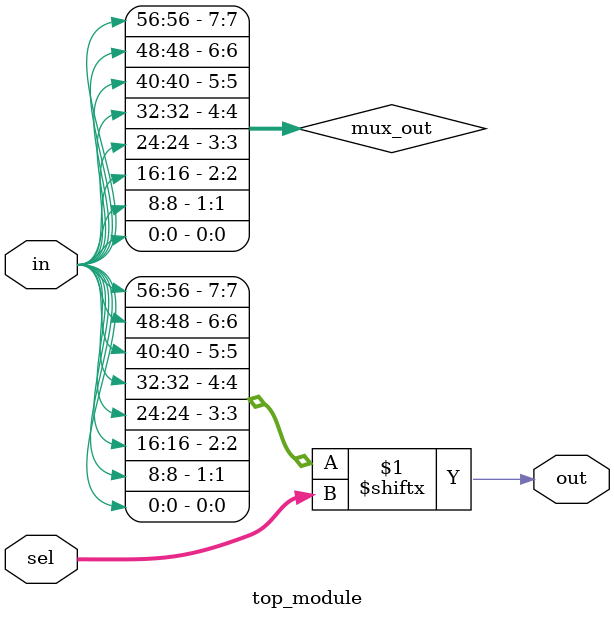
<source format=sv>
module top_module (
	input [255:0] in,
	input [7:0] sel,
	output  out
);

// Create an 8-to-1 multiplexer for each bit of in
wire [7:0] mux_out;
genvar i;
generate
for (i = 0; i < 8; i = i + 1) begin: mux_gen
    assign mux_out[i] = in[(8*i) +: 8];
end
endgenerate

// Create a 256-to-1 multiplexer for the mux_out bits
assign out = mux_out[sel];

endmodule

</source>
